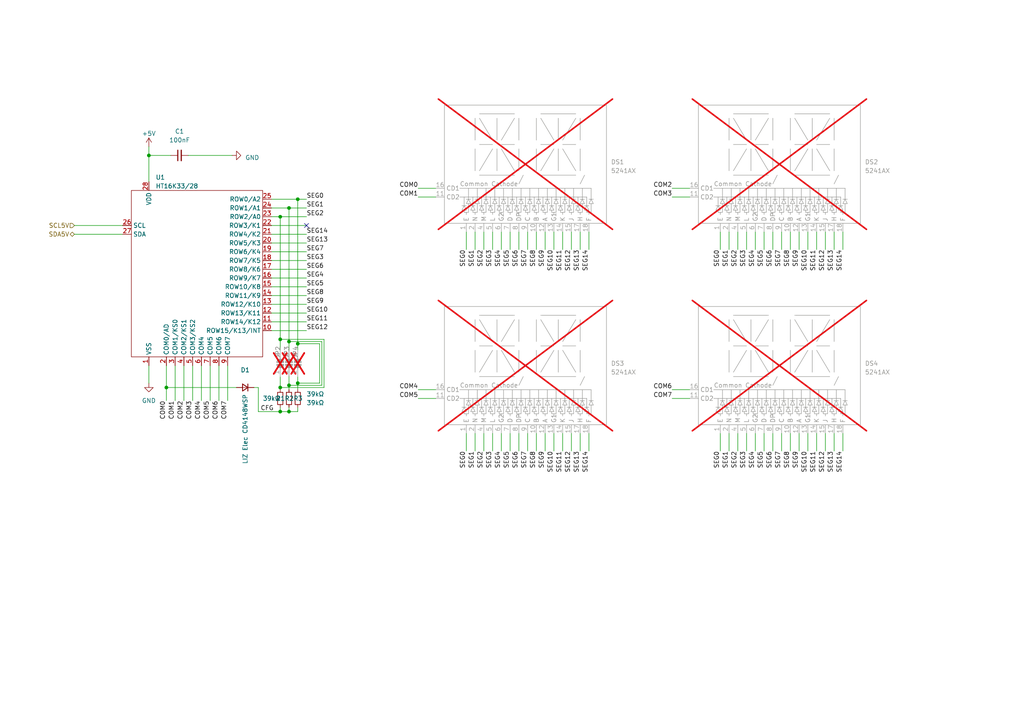
<source format=kicad_sch>
(kicad_sch (version 20230121) (generator eeschema)
  (paper "A4")
  (lib_symbols
    (symbol "Device:C_Small" (pin_numbers hide) (pin_names (offset 0.254) hide)
      (property "Reference" "C" (at 0.254 1.778 0))
      (property "Value" "C_Small" (at 0.254 -2.032 0))
      (symbol "C_Small_0_1"
        (polyline (pts (xy -1.524 -0.508) (xy 1.524 -0.508)) (stroke (width 0.3302)))
        (polyline (pts (xy -1.524 0.508) (xy 1.524 0.508)) (stroke (width 0.3048)))
      )
      (symbol "C_Small_1_1"
        (pin passive line (at 0 2.54 270) (length 2.032) (name "~") (number "1"))
        (pin passive line (at 0 -2.54 90) (length 2.032) (name "~") (number "2"))
      )
    )
    (symbol "Device:D_Small" (pin_numbers hide) (pin_names (offset 0.254) hide)
      (property "Reference" "D" (at -1.27 2.032 0))
      (property "Value" "D_Small" (at -3.81 -2.032 0))
      (symbol "D_Small_0_1"
        (polyline (pts (xy -0.762 -1.016) (xy -0.762 1.016)) (stroke (width 0.254)))
        (polyline (pts (xy -0.762 0) (xy 0.762 0)))
        (polyline (pts (xy 0.762 -1.016) (xy -0.762 0) (xy 0.762 1.016) (xy 0.762 -1.016)) (stroke (width 0.254)))
      )
      (symbol "D_Small_1_1"
        (pin passive line (at -2.54 0 0) (length 1.778) (name "K") (number "1"))
        (pin passive line (at 2.54 0 180) (length 1.778) (name "A") (number "2"))
      )
    )
    (symbol "Device:R_Small" (pin_numbers hide) (pin_names (offset 0.254) hide)
      (property "Reference" "R" (at 0.762 0.508 0))
      (property "Value" "R_Small" (at 0.762 -1.016 0))
      (symbol "R_Small_0_1"
        (rectangle (start -0.762 1.778) (end 0.762 -1.778) (stroke (width 0.2032)))
      )
      (symbol "R_Small_1_1"
        (pin passive line (at 0 2.54 270) (length 0.762) (name "~") (number "1"))
        (pin passive line (at 0 -2.54 90) (length 0.762) (name "~") (number "2"))
      )
    )
    (symbol "Jumper:SolderJumper_2_Open" (pin_names (offset 0) hide)
      (property "Reference" "JP" (at 0 2.032 0))
      (property "Value" "SolderJumper_2_Open" (at 0 -2.54 0))
      (symbol "SolderJumper_2_Open_0_1"
        (arc (start -0.254 1.016) (mid -1.2656 0) (end -0.254 -1.016))
        (arc (start -0.254 1.016) (mid -1.2656 0) (end -0.254 -1.016) (fill (type outline)))
        (polyline (pts (xy -0.254 1.016) (xy -0.254 -1.016)))
        (polyline (pts (xy 0.254 1.016) (xy 0.254 -1.016)))
        (arc (start 0.254 -1.016) (mid 1.2656 0) (end 0.254 1.016))
        (arc (start 0.254 -1.016) (mid 1.2656 0) (end 0.254 1.016) (fill (type outline)))
      )
      (symbol "SolderJumper_2_Open_1_1"
        (pin passive line (at -3.81 0 0) (length 2.54) (name "A") (number "1"))
        (pin passive line (at 3.81 0 180) (length 2.54) (name "B") (number "2"))
      )
    )
    (symbol "_ProjectLib:5241AX"
      (property "Reference" "DS" (at 0 15.24 0))
      (property "Value" "5241AX" (at 0 12.7 0))
      (symbol "5241AX_0_1"
        (rectangle (start -24.13 11.43) (end 22.86 -22.86))
        (polyline (pts (xy -18.415 -17.78) (xy -18.415 -15.24)))
        (polyline (pts (xy -17.78 -19.685) (xy -17.78 -20.32)))
        (polyline (pts (xy -17.78 -17.78) (xy -19.05 -17.78)))
        (polyline (pts (xy -17.145 -12.7) (xy -17.145 -15.875)))
        (polyline (pts (xy -16.51 -15.875) (xy -17.78 -15.875)))
        (polyline (pts (xy -15.875 -17.78) (xy -15.875 -15.24)))
        (polyline (pts (xy -15.24 -19.685) (xy -15.24 -20.32)))
        (polyline (pts (xy -15.24 -17.78) (xy -16.51 -17.78)))
        (polyline (pts (xy -15.24 -1.27) (xy -15.24 -7.62)))
        (polyline (pts (xy -15.24 1.27) (xy -15.24 7.62)))
        (polyline (pts (xy -14.605 -12.7) (xy -14.605 -15.875)))
        (polyline (pts (xy -13.97 -15.875) (xy -15.24 -15.875)))
        (polyline (pts (xy -13.97 0) (xy -10.16 0)))
        (polyline (pts (xy -13.97 8.89) (xy -3.81 8.89)))
        (polyline (pts (xy -13.335 -17.78) (xy -13.335 -15.24)))
        (polyline (pts (xy -12.7 -19.685) (xy -12.7 -20.32)))
        (polyline (pts (xy -12.7 -17.78) (xy -13.97 -17.78)))
        (polyline (pts (xy -12.065 -12.7) (xy -12.065 -15.875)))
        (polyline (pts (xy -11.43 -15.875) (xy -12.7 -15.875)))
        (polyline (pts (xy -10.795 -17.78) (xy -10.795 -15.24)))
        (polyline (pts (xy -10.16 -19.685) (xy -10.16 -20.32)))
        (polyline (pts (xy -10.16 -17.78) (xy -11.43 -17.78)))
        (polyline (pts (xy -10.16 -1.27) (xy -13.97 -7.62)))
        (polyline (pts (xy -10.16 1.27) (xy -13.97 7.62)))
        (polyline (pts (xy -9.525 -12.7) (xy -9.525 -15.875)))
        (polyline (pts (xy -8.89 -15.875) (xy -10.16 -15.875)))
        (polyline (pts (xy -8.89 -1.27) (xy -8.89 -7.62)))
        (polyline (pts (xy -8.89 1.27) (xy -8.89 7.62)))
        (polyline (pts (xy -8.255 -17.78) (xy -8.255 -15.24)))
        (polyline (pts (xy -7.62 -19.685) (xy -7.62 -20.32)))
        (polyline (pts (xy -7.62 -17.78) (xy -8.89 -17.78)))
        (polyline (pts (xy -7.62 -1.27) (xy -3.81 -7.62)))
        (polyline (pts (xy -7.62 1.27) (xy -3.81 7.62)))
        (polyline (pts (xy -6.985 -12.7) (xy -6.985 -15.875)))
        (polyline (pts (xy -6.35 -15.875) (xy -7.62 -15.875)))
        (polyline (pts (xy -5.715 -17.78) (xy -5.715 -15.24)))
        (polyline (pts (xy -5.08 -19.685) (xy -5.08 -20.32)))
        (polyline (pts (xy -5.08 -17.78) (xy -6.35 -17.78)))
        (polyline (pts (xy -4.445 -12.7) (xy -4.445 -15.875)))
        (polyline (pts (xy -3.81 -15.875) (xy -5.08 -15.875)))
        (polyline (pts (xy -3.81 -8.89) (xy -13.97 -8.89)))
        (polyline (pts (xy -3.81 0) (xy -7.62 0)))
        (polyline (pts (xy -3.175 -17.78) (xy -3.175 -15.24)))
        (polyline (pts (xy -2.54 -19.685) (xy -2.54 -20.32)))
        (polyline (pts (xy -2.54 -17.78) (xy -3.81 -17.78)))
        (polyline (pts (xy -2.54 -1.27) (xy -2.54 -7.62)))
        (polyline (pts (xy -2.54 7.62) (xy -2.54 1.27)))
        (polyline (pts (xy -1.905 -12.7) (xy -1.905 -15.875)))
        (polyline (pts (xy -1.27 -15.875) (xy -2.54 -15.875)))
        (polyline (pts (xy -1.27 -8.89) (xy -2.54 -11.43)))
        (polyline (pts (xy -0.635 -17.78) (xy -0.635 -15.24)))
        (polyline (pts (xy 0 -19.685) (xy 0 -20.32)))
        (polyline (pts (xy 0 -17.78) (xy -1.27 -17.78)))
        (polyline (pts (xy 0.635 -12.7) (xy 0.635 -15.875)))
        (polyline (pts (xy 1.27 -15.875) (xy 0 -15.875)))
        (polyline (pts (xy 1.905 -17.78) (xy 1.905 -15.24)))
        (polyline (pts (xy 2.54 -19.685) (xy 2.54 -20.32)))
        (polyline (pts (xy 2.54 -17.78) (xy 1.27 -17.78)))
        (polyline (pts (xy 2.54 -1.27) (xy 2.54 -7.62)))
        (polyline (pts (xy 2.54 1.27) (xy 2.54 7.62)))
        (polyline (pts (xy 3.175 -12.7) (xy 3.175 -15.875)))
        (polyline (pts (xy 3.81 -15.875) (xy 2.54 -15.875)))
        (polyline (pts (xy 3.81 0) (xy 7.62 0)))
        (polyline (pts (xy 3.81 8.89) (xy 13.97 8.89)))
        (polyline (pts (xy 4.445 -17.78) (xy 4.445 -15.24)))
        (polyline (pts (xy 5.08 -19.685) (xy 5.08 -20.32)))
        (polyline (pts (xy 5.08 -17.78) (xy 3.81 -17.78)))
        (polyline (pts (xy 5.715 -12.7) (xy 5.715 -15.875)))
        (polyline (pts (xy 6.35 -15.875) (xy 5.08 -15.875)))
        (polyline (pts (xy 6.985 -17.78) (xy 6.985 -15.24)))
        (polyline (pts (xy 7.62 -19.685) (xy 7.62 -20.32)))
        (polyline (pts (xy 7.62 -17.78) (xy 6.35 -17.78)))
        (polyline (pts (xy 7.62 -1.27) (xy 3.81 -7.62)))
        (polyline (pts (xy 7.62 1.27) (xy 3.81 7.62)))
        (polyline (pts (xy 8.255 -12.7) (xy 8.255 -15.875)))
        (polyline (pts (xy 8.89 -15.875) (xy 7.62 -15.875)))
        (polyline (pts (xy 8.89 -1.27) (xy 8.89 -7.62)))
        (polyline (pts (xy 8.89 1.27) (xy 8.89 7.62)))
        (polyline (pts (xy 9.525 -17.78) (xy 9.525 -15.24)))
        (polyline (pts (xy 10.16 -19.685) (xy 10.16 -20.32)))
        (polyline (pts (xy 10.16 -17.78) (xy 8.89 -17.78)))
        (polyline (pts (xy 10.16 -1.27) (xy 13.97 -7.62)))
        (polyline (pts (xy 10.16 1.27) (xy 13.97 7.62)))
        (polyline (pts (xy 10.795 -12.7) (xy 10.795 -15.875)))
        (polyline (pts (xy 11.43 -15.875) (xy 10.16 -15.875)))
        (polyline (pts (xy 12.065 -17.78) (xy 12.065 -15.24)))
        (polyline (pts (xy 12.7 -19.685) (xy 12.7 -20.32)))
        (polyline (pts (xy 12.7 -17.78) (xy 11.43 -17.78)))
        (polyline (pts (xy 13.335 -12.7) (xy 13.335 -15.875)))
        (polyline (pts (xy 13.97 -15.875) (xy 12.7 -15.875)))
        (polyline (pts (xy 13.97 -8.89) (xy 3.81 -8.89)))
        (polyline (pts (xy 13.97 0) (xy 10.16 0)))
        (polyline (pts (xy 14.605 -17.78) (xy 14.605 -15.24)))
        (polyline (pts (xy 15.2101 -17.7973) (xy 13.9401 -17.7973)))
        (polyline (pts (xy 15.24 -19.685) (xy 15.24 -20.32)))
        (polyline (pts (xy 15.24 -1.27) (xy 15.24 -7.62)))
        (polyline (pts (xy 15.24 7.62) (xy 15.24 1.27)))
        (polyline (pts (xy 15.875 -12.7) (xy 15.875 -15.875)))
        (polyline (pts (xy 16.4801 -15.8923) (xy 15.2101 -15.8923)))
        (polyline (pts (xy 16.51 -8.89) (xy 15.24 -11.43)))
        (polyline (pts (xy 17.145 -17.78) (xy 17.145 -15.24)))
        (polyline (pts (xy 17.145 -15.24) (xy -19.685 -15.24)))
        (polyline (pts (xy 17.78 -19.685) (xy 17.78 -20.32)))
        (polyline (pts (xy 17.78 -17.78) (xy 16.51 -17.78)))
        (polyline (pts (xy 18.415 -12.7) (xy -19.685 -12.7)))
        (polyline (pts (xy 18.415 -12.7) (xy 18.415 -15.875)))
        (polyline (pts (xy 19.05 -15.875) (xy 17.78 -15.875)))
        (polyline (pts (xy -18.415 -19.05) (xy -18.415 -19.685) (xy -17.145 -19.685) (xy -17.145 -17.145)))
        (polyline (pts (xy -17.78 -19.05) (xy -19.05 -19.05) (xy -18.415 -17.78) (xy -17.78 -19.05)))
        (polyline (pts (xy -16.51 -17.145) (xy -17.78 -17.145) (xy -17.145 -15.875) (xy -16.51 -17.145)))
        (polyline (pts (xy -15.875 -19.05) (xy -15.875 -19.685) (xy -14.605 -19.685) (xy -14.605 -17.145)))
        (polyline (pts (xy -15.24 -19.05) (xy -16.51 -19.05) (xy -15.875 -17.78) (xy -15.24 -19.05)))
        (polyline (pts (xy -13.97 -17.145) (xy -15.24 -17.145) (xy -14.605 -15.875) (xy -13.97 -17.145)))
        (polyline (pts (xy -13.335 -19.05) (xy -13.335 -19.685) (xy -12.065 -19.685) (xy -12.065 -17.145)))
        (polyline (pts (xy -12.7 -19.05) (xy -13.97 -19.05) (xy -13.335 -17.78) (xy -12.7 -19.05)))
        (polyline (pts (xy -11.43 -17.145) (xy -12.7 -17.145) (xy -12.065 -15.875) (xy -11.43 -17.145)))
        (polyline (pts (xy -10.795 -19.05) (xy -10.795 -19.685) (xy -9.525 -19.685) (xy -9.525 -17.145)))
        (polyline (pts (xy -10.16 -19.05) (xy -11.43 -19.05) (xy -10.795 -17.78) (xy -10.16 -19.05)))
        (polyline (pts (xy -8.89 -17.145) (xy -10.16 -17.145) (xy -9.525 -15.875) (xy -8.89 -17.145)))
        (polyline (pts (xy -8.255 -19.05) (xy -8.255 -19.685) (xy -6.985 -19.685) (xy -6.985 -17.145)))
        (polyline (pts (xy -7.62 -19.05) (xy -8.89 -19.05) (xy -8.255 -17.78) (xy -7.62 -19.05)))
        (polyline (pts (xy -6.35 -17.145) (xy -7.62 -17.145) (xy -6.985 -15.875) (xy -6.35 -17.145)))
        (polyline (pts (xy -5.715 -19.05) (xy -5.715 -19.685) (xy -4.445 -19.685) (xy -4.445 -17.145)))
        (polyline (pts (xy -5.08 -19.05) (xy -6.35 -19.05) (xy -5.715 -17.78) (xy -5.08 -19.05)))
        (polyline (pts (xy -3.81 -17.145) (xy -5.08 -17.145) (xy -4.445 -15.875) (xy -3.81 -17.145)))
        (polyline (pts (xy -3.175 -19.05) (xy -3.175 -19.685) (xy -1.905 -19.685) (xy -1.905 -17.145)))
        (polyline (pts (xy -2.54 -19.05) (xy -3.81 -19.05) (xy -3.175 -17.78) (xy -2.54 -19.05)))
        (polyline (pts (xy -1.27 -17.145) (xy -2.54 -17.145) (xy -1.905 -15.875) (xy -1.27 -17.145)))
        (polyline (pts (xy -0.635 -19.05) (xy -0.635 -19.685) (xy 0.635 -19.685) (xy 0.635 -17.145)))
        (polyline (pts (xy 0 -19.05) (xy -1.27 -19.05) (xy -0.635 -17.78) (xy 0 -19.05)))
        (polyline (pts (xy 1.27 -17.145) (xy 0 -17.145) (xy 0.635 -15.875) (xy 1.27 -17.145)))
        (polyline (pts (xy 1.905 -19.05) (xy 1.905 -19.685) (xy 3.175 -19.685) (xy 3.175 -17.145)))
        (polyline (pts (xy 2.54 -19.05) (xy 1.27 -19.05) (xy 1.905 -17.78) (xy 2.54 -19.05)))
        (polyline (pts (xy 3.81 -17.145) (xy 2.54 -17.145) (xy 3.175 -15.875) (xy 3.81 -17.145)))
        (polyline (pts (xy 4.445 -19.05) (xy 4.445 -19.685) (xy 5.715 -19.685) (xy 5.715 -17.145)))
        (polyline (pts (xy 5.08 -19.05) (xy 3.81 -19.05) (xy 4.445 -17.78) (xy 5.08 -19.05)))
        (polyline (pts (xy 6.35 -17.145) (xy 5.08 -17.145) (xy 5.715 -15.875) (xy 6.35 -17.145)))
        (polyline (pts (xy 6.985 -19.05) (xy 6.985 -19.685) (xy 8.255 -19.685) (xy 8.255 -17.145)))
        (polyline (pts (xy 7.62 -19.05) (xy 6.35 -19.05) (xy 6.985 -17.78) (xy 7.62 -19.05)))
        (polyline (pts (xy 8.89 -17.145) (xy 7.62 -17.145) (xy 8.255 -15.875) (xy 8.89 -17.145)))
        (polyline (pts (xy 9.525 -19.05) (xy 9.525 -19.685) (xy 10.795 -19.685) (xy 10.795 -17.145)))
        (polyline (pts (xy 10.16 -19.05) (xy 8.89 -19.05) (xy 9.525 -17.78) (xy 10.16 -19.05)))
        (polyline (pts (xy 11.43 -17.145) (xy 10.16 -17.145) (xy 10.795 -15.875) (xy 11.43 -17.145)))
        (polyline (pts (xy 12.065 -19.05) (xy 12.065 -19.685) (xy 13.335 -19.685) (xy 13.335 -17.145)))
        (polyline (pts (xy 12.7 -19.05) (xy 11.43 -19.05) (xy 12.065 -17.78) (xy 12.7 -19.05)))
        (polyline (pts (xy 13.97 -17.145) (xy 12.7 -17.145) (xy 13.335 -15.875) (xy 13.97 -17.145)))
        (polyline (pts (xy 14.605 -19.05) (xy 14.605 -19.685) (xy 15.875 -19.685) (xy 15.875 -17.145)))
        (polyline (pts (xy 15.2101 -19.0673) (xy 13.9401 -19.0673) (xy 14.5751 -17.7973) (xy 15.2101 -19.0673)))
        (polyline (pts (xy 16.4801 -17.1623) (xy 15.2101 -17.1623) (xy 15.8451 -15.8923) (xy 16.4801 -17.1623)))
        (polyline (pts (xy 17.145 -19.05) (xy 17.145 -19.685) (xy 18.415 -19.685) (xy 18.415 -17.145)))
        (polyline (pts (xy 17.78 -19.05) (xy 16.51 -19.05) (xy 17.145 -17.78) (xy 17.78 -19.05)))
        (polyline (pts (xy 19.05 -17.145) (xy 17.78 -17.145) (xy 18.415 -15.875) (xy 19.05 -17.145)))
        (text "Common Cathode" (at -19.685 -11.43 0) (effects (font (size 1.27 1.27)) (justify left)))
      )
      (symbol "5241AX_1_1"
        (pin passive line (at -17.78 -25.4 90) (length 2.54) (name "E") (number "1"))
        (pin passive line (at 2.54 -25.4 90) (length 2.54) (name "B") (number "10"))
        (pin passive line (at -26.67 -15.24 0) (length 2.54) (name "CD2") (number "11"))
        (pin passive line (at 5.08 -25.4 90) (length 2.54) (name "A") (number "12"))
        (pin passive line (at 7.62 -25.4 90) (length 2.54) (name "G1") (number "13"))
        (pin passive line (at 10.16 -25.4 90) (length 2.54) (name "K") (number "14"))
        (pin passive line (at 12.7 -25.4 90) (length 2.54) (name "J") (number "15"))
        (pin passive line (at -26.67 -12.7 0) (length 2.54) (name "CD1") (number "16"))
        (pin passive line (at 15.24 -25.4 90) (length 2.54) (name "H") (number "17"))
        (pin passive line (at 17.78 -25.4 90) (length 2.54) (name "F") (number "18"))
        (pin passive line (at -15.24 -25.4 90) (length 2.54) (name "N") (number "2"))
        (pin passive line (at -12.7 -25.4 90) (length 2.54) (name "M") (number "4"))
        (pin passive line (at -10.16 -25.4 90) (length 2.54) (name "L") (number "5"))
        (pin passive line (at -7.62 -25.4 90) (length 2.54) (name "G2") (number "6"))
        (pin passive line (at -5.08 -25.4 90) (length 2.54) (name "D") (number "7"))
        (pin passive line (at -2.54 -25.4 90) (length 2.54) (name "DP") (number "8"))
        (pin passive line (at 0 -25.4 90) (length 2.54) (name "C") (number "9"))
      )
    )
    (symbol "_ProjectLib:HT16K33"
      (property "Reference" "U" (at 0 0 0))
      (property "Value" "HT16K33/28" (at 0 0 0))
      (symbol "HT16K33_0_1"
        (rectangle (start -17.78 25.4) (end 20.32 -22.86))
      )
      (symbol "HT16K33_1_1"
        (pin power_in line (at -12.7 -25.4 90) (length 2.54) (name "VSS") (number "1"))
        (pin bidirectional line (at 22.86 -15.24 180) (length 2.54) (name "ROW15/K13/INT") (number "10"))
        (pin bidirectional line (at 22.86 -12.7 180) (length 2.54) (name "ROW14/K12") (number "11"))
        (pin bidirectional line (at 22.86 -10.16 180) (length 2.54) (name "ROW13/K11") (number "12"))
        (pin bidirectional line (at 22.86 -7.62 180) (length 2.54) (name "ROW12/K10") (number "13"))
        (pin bidirectional line (at 22.86 -5.08 180) (length 2.54) (name "ROW11/K9") (number "14"))
        (pin bidirectional line (at 22.86 -2.54 180) (length 2.54) (name "ROW10/K8") (number "15"))
        (pin bidirectional line (at 22.86 0 180) (length 2.54) (name "ROW9/K7") (number "16"))
        (pin bidirectional line (at 22.86 2.54 180) (length 2.54) (name "ROW8/K6") (number "17"))
        (pin bidirectional line (at 22.86 5.08 180) (length 2.54) (name "ROW7/K5") (number "18"))
        (pin bidirectional line (at 22.86 7.62 180) (length 2.54) (name "ROW6/K4") (number "19"))
        (pin bidirectional line (at -7.62 -25.4 90) (length 2.54) (name "COM0/AD") (number "2"))
        (pin bidirectional line (at 22.86 10.16 180) (length 2.54) (name "ROW5/K3") (number "20"))
        (pin bidirectional line (at 22.86 12.7 180) (length 2.54) (name "ROW4/K2") (number "21"))
        (pin bidirectional line (at 22.86 15.24 180) (length 2.54) (name "ROW3/K1") (number "22"))
        (pin bidirectional line (at 22.86 17.78 180) (length 2.54) (name "ROW2/A0") (number "23"))
        (pin bidirectional line (at 22.86 20.32 180) (length 2.54) (name "ROW1/A1") (number "24"))
        (pin bidirectional line (at 22.86 22.86 180) (length 2.54) (name "ROW0/A2") (number "25"))
        (pin input line (at -20.32 15.24 0) (length 2.54) (name "SCL") (number "26"))
        (pin bidirectional line (at -20.32 12.7 0) (length 2.54) (name "SDA") (number "27"))
        (pin power_in line (at -12.7 27.94 270) (length 2.54) (name "VDD") (number "28"))
        (pin bidirectional line (at -5.08 -25.4 90) (length 2.54) (name "COM1/KS0") (number "3"))
        (pin bidirectional line (at -2.54 -25.4 90) (length 2.54) (name "COM2/KS1") (number "4"))
        (pin bidirectional line (at 0 -25.4 90) (length 2.54) (name "COM3/KS2") (number "5"))
        (pin bidirectional line (at 2.54 -25.4 90) (length 2.54) (name "COM4") (number "6"))
        (pin bidirectional line (at 5.08 -25.4 90) (length 2.54) (name "COM5") (number "7"))
        (pin bidirectional line (at 7.62 -25.4 90) (length 2.54) (name "COM6") (number "8"))
        (pin bidirectional line (at 10.16 -25.4 90) (length 2.54) (name "COM7") (number "9"))
      )
    )
    (symbol "power:+5V" (power) (pin_names (offset 0))
      (property "Value" "+5V" (at 0 3.556 0))
      (symbol "+5V_0_1"
        (polyline (pts (xy -0.762 1.27) (xy 0 2.54)))
        (polyline (pts (xy 0 0) (xy 0 2.54)))
        (polyline (pts (xy 0 2.54) (xy 0.762 1.27)))
      )
      (symbol "+5V_1_1"
        (pin power_in line (at 0 0 90) (length 0) hide (name "+5V") (number "1"))
      )
    )
    (symbol "power:GND" (power) (pin_names (offset 0))
      (property "Value" "GND" (at 0 -3.81 0))
      (symbol "GND_0_1"
        (polyline (pts (xy 0 0) (xy 0 -1.27) (xy 1.27 -1.27) (xy 0 -2.54) (xy -1.27 -1.27) (xy 0 -1.27)))
      )
      (symbol "GND_1_1"
        (pin power_in line (at 0 0 270) (length 0) hide (name "GND") (number "1"))
      )
    )
  )
  (junction (at 43.18 45.085))
  (junction (at 83.82 111.76))
  (junction (at 83.82 119.38))
  (junction (at 81.28 62.865))
  (junction (at 81.28 98.425))
  (junction (at 86.36 111.125))
  (junction (at 86.36 99.695))
  (junction (at 83.82 99.06))
  (junction (at 48.26 112.395))
  (junction (at 81.28 119.38))
  (junction (at 86.36 57.785))
  (junction (at 81.28 112.395))
  (junction (at 83.82 60.325))
  (no_connect (at 88.9 65.405))
  (wire (pts (xy 43.18 106.045) (xy 43.18 111.125)))
  (wire (pts (xy 137.795 130.81) (xy 137.795 125.73)))
  (wire (pts (xy 81.28 62.865) (xy 81.28 98.425)))
  (wire (pts (xy 121.285 113.03) (xy 126.365 113.03)))
  (wire (pts (xy 54.61 45.085) (xy 67.31 45.085)))
  (wire (pts (xy 153.035 130.81) (xy 153.035 125.73)))
  (wire (pts (xy 88.9 67.945) (xy 78.74 67.945)))
  (wire (pts (xy 88.9 62.865) (xy 81.28 62.865)))
  (wire (pts (xy 48.26 112.395) (xy 48.26 106.045)))
  (wire (pts (xy 81.28 98.425) (xy 81.28 101.6)))
  (wire (pts (xy 145.415 72.39) (xy 145.415 67.31)))
  (wire (pts (xy 155.575 72.39) (xy 155.575 67.31)))
  (wire (pts (xy 165.735 72.39) (xy 165.735 67.31)))
  (wire (pts (xy 158.115 130.81) (xy 158.115 125.73)))
  (wire (pts (xy 81.28 119.38) (xy 83.82 119.38)))
  (wire (pts (xy 219.075 72.39) (xy 219.075 67.31)))
  (wire (pts (xy 88.9 80.645) (xy 78.74 80.645)))
  (wire (pts (xy 83.82 60.325) (xy 83.82 99.06)))
  (wire (pts (xy 81.28 98.425) (xy 93.98 98.425)))
  (wire (pts (xy 93.345 99.06) (xy 83.82 99.06)))
  (wire (pts (xy 208.915 130.81) (xy 208.915 125.73)))
  (wire (pts (xy 93.98 112.395) (xy 81.28 112.395)))
  (wire (pts (xy 83.82 111.76) (xy 83.82 113.03)))
  (wire (pts (xy 83.82 60.325) (xy 78.74 60.325)))
  (wire (pts (xy 86.36 109.22) (xy 86.36 111.125)))
  (wire (pts (xy 83.82 119.38) (xy 86.36 119.38)))
  (wire (pts (xy 221.615 72.39) (xy 221.615 67.31)))
  (wire (pts (xy 142.875 72.39) (xy 142.875 67.31)))
  (wire (pts (xy 135.255 130.81) (xy 135.255 125.73)))
  (wire (pts (xy 81.28 119.38) (xy 81.28 118.11)))
  (wire (pts (xy 224.155 72.39) (xy 224.155 67.31)))
  (wire (pts (xy 88.9 93.345) (xy 78.74 93.345)))
  (wire (pts (xy 63.5 116.205) (xy 63.5 106.045)))
  (wire (pts (xy 239.395 130.81) (xy 239.395 125.73)))
  (wire (pts (xy 158.115 72.39) (xy 158.115 67.31)))
  (wire (pts (xy 21.59 65.405) (xy 35.56 65.405)))
  (wire (pts (xy 83.82 119.38) (xy 83.82 118.11)))
  (wire (pts (xy 93.345 111.76) (xy 93.345 99.06)))
  (wire (pts (xy 86.36 99.695) (xy 86.36 101.6)))
  (wire (pts (xy 239.395 72.39) (xy 239.395 67.31)))
  (wire (pts (xy 78.74 95.885) (xy 88.9 95.885)))
  (wire (pts (xy 236.855 72.39) (xy 236.855 67.31)))
  (wire (pts (xy 194.945 113.03) (xy 200.025 113.03)))
  (wire (pts (xy 150.495 130.81) (xy 150.495 125.73)))
  (wire (pts (xy 43.18 42.545) (xy 43.18 45.085)))
  (wire (pts (xy 216.535 72.39) (xy 216.535 67.31)))
  (wire (pts (xy 231.775 72.39) (xy 231.775 67.31)))
  (wire (pts (xy 147.955 72.39) (xy 147.955 67.31)))
  (wire (pts (xy 216.535 130.81) (xy 216.535 125.73)))
  (wire (pts (xy 137.795 72.39) (xy 137.795 67.31)))
  (wire (pts (xy 221.615 130.81) (xy 221.615 125.73)))
  (wire (pts (xy 83.82 111.76) (xy 93.345 111.76)))
  (wire (pts (xy 194.945 57.15) (xy 200.025 57.15)))
  (wire (pts (xy 86.36 57.785) (xy 78.74 57.785)))
  (wire (pts (xy 58.42 116.205) (xy 58.42 106.045)))
  (wire (pts (xy 88.9 65.405) (xy 78.74 65.405)))
  (wire (pts (xy 88.9 75.565) (xy 78.74 75.565)))
  (wire (pts (xy 121.285 54.61) (xy 126.365 54.61)))
  (wire (pts (xy 213.995 130.81) (xy 213.995 125.73)))
  (wire (pts (xy 194.945 115.57) (xy 200.025 115.57)))
  (wire (pts (xy 43.18 45.085) (xy 49.53 45.085)))
  (wire (pts (xy 88.9 78.105) (xy 78.74 78.105)))
  (wire (pts (xy 93.98 98.425) (xy 93.98 112.395)))
  (wire (pts (xy 170.815 72.39) (xy 170.815 67.31)))
  (wire (pts (xy 160.655 72.39) (xy 160.655 67.31)))
  (wire (pts (xy 140.335 72.39) (xy 140.335 67.31)))
  (wire (pts (xy 88.9 83.185) (xy 78.74 83.185)))
  (wire (pts (xy 88.9 90.805) (xy 78.74 90.805)))
  (wire (pts (xy 81.28 62.865) (xy 78.74 62.865)))
  (wire (pts (xy 241.935 72.39) (xy 241.935 67.31)))
  (wire (pts (xy 88.9 88.265) (xy 78.74 88.265)))
  (wire (pts (xy 145.415 130.81) (xy 145.415 125.73)))
  (wire (pts (xy 81.28 109.22) (xy 81.28 112.395)))
  (wire (pts (xy 53.34 116.205) (xy 53.34 106.045)))
  (wire (pts (xy 168.275 130.81) (xy 168.275 125.73)))
  (wire (pts (xy 50.8 116.205) (xy 50.8 106.045)))
  (wire (pts (xy 226.695 130.81) (xy 226.695 125.73)))
  (wire (pts (xy 211.455 130.81) (xy 211.455 125.73)))
  (wire (pts (xy 81.28 112.395) (xy 81.28 113.03)))
  (wire (pts (xy 86.36 119.38) (xy 86.36 118.11)))
  (wire (pts (xy 153.035 72.39) (xy 153.035 67.31)))
  (wire (pts (xy 74.93 119.38) (xy 81.28 119.38)))
  (wire (pts (xy 147.955 130.81) (xy 147.955 125.73)))
  (wire (pts (xy 213.995 72.39) (xy 213.995 67.31)))
  (wire (pts (xy 168.275 72.39) (xy 168.275 67.31)))
  (wire (pts (xy 86.36 99.695) (xy 92.71 99.695)))
  (wire (pts (xy 92.71 111.125) (xy 86.36 111.125)))
  (wire (pts (xy 92.71 99.695) (xy 92.71 111.125)))
  (wire (pts (xy 86.36 57.785) (xy 86.36 99.695)))
  (wire (pts (xy 142.875 130.81) (xy 142.875 125.73)))
  (wire (pts (xy 163.195 130.81) (xy 163.195 125.73)))
  (wire (pts (xy 211.455 72.39) (xy 211.455 67.31)))
  (wire (pts (xy 163.195 72.39) (xy 163.195 67.31)))
  (wire (pts (xy 194.945 54.61) (xy 200.025 54.61)))
  (wire (pts (xy 224.155 130.81) (xy 224.155 125.73)))
  (wire (pts (xy 150.495 72.39) (xy 150.495 67.31)))
  (wire (pts (xy 48.26 116.205) (xy 48.26 112.395)))
  (wire (pts (xy 66.04 116.205) (xy 66.04 106.045)))
  (wire (pts (xy 170.815 130.81) (xy 170.815 125.73)))
  (wire (pts (xy 231.775 130.81) (xy 231.775 125.73)))
  (wire (pts (xy 74.93 112.395) (xy 74.93 119.38)))
  (wire (pts (xy 229.235 72.39) (xy 229.235 67.31)))
  (wire (pts (xy 244.475 72.39) (xy 244.475 67.31)))
  (wire (pts (xy 236.855 130.81) (xy 236.855 125.73)))
  (wire (pts (xy 208.915 72.39) (xy 208.915 67.31)))
  (wire (pts (xy 234.315 130.81) (xy 234.315 125.73)))
  (wire (pts (xy 121.285 57.15) (xy 126.365 57.15)))
  (wire (pts (xy 43.18 45.085) (xy 43.18 52.705)))
  (wire (pts (xy 21.59 67.945) (xy 35.56 67.945)))
  (wire (pts (xy 83.82 109.22) (xy 83.82 111.76)))
  (wire (pts (xy 140.335 130.81) (xy 140.335 125.73)))
  (wire (pts (xy 48.26 112.395) (xy 68.58 112.395)))
  (wire (pts (xy 88.9 57.785) (xy 86.36 57.785)))
  (wire (pts (xy 88.9 60.325) (xy 83.82 60.325)))
  (wire (pts (xy 86.36 111.125) (xy 86.36 113.03)))
  (wire (pts (xy 135.255 72.39) (xy 135.255 67.31)))
  (wire (pts (xy 88.9 73.025) (xy 78.74 73.025)))
  (wire (pts (xy 88.9 70.485) (xy 78.74 70.485)))
  (wire (pts (xy 234.315 72.39) (xy 234.315 67.31)))
  (wire (pts (xy 229.235 130.81) (xy 229.235 125.73)))
  (wire (pts (xy 219.075 130.81) (xy 219.075 125.73)))
  (wire (pts (xy 241.935 130.81) (xy 241.935 125.73)))
  (wire (pts (xy 165.735 130.81) (xy 165.735 125.73)))
  (wire (pts (xy 55.88 116.205) (xy 55.88 106.045)))
  (wire (pts (xy 88.9 85.725) (xy 78.74 85.725)))
  (wire (pts (xy 226.695 72.39) (xy 226.695 67.31)))
  (wire (pts (xy 83.82 99.06) (xy 83.82 101.6)))
  (wire (pts (xy 73.66 112.395) (xy 74.93 112.395)))
  (wire (pts (xy 244.475 130.81) (xy 244.475 125.73)))
  (wire (pts (xy 121.285 115.57) (xy 126.365 115.57)))
  (wire (pts (xy 60.96 116.205) (xy 60.96 106.045)))
  (wire (pts (xy 155.575 130.81) (xy 155.575 125.73)))
  (wire (pts (xy 160.655 130.81) (xy 160.655 125.73)))
  (label "SEG2" (at 140.335 130.81 270))
  (label "SEG13" (at 88.9 70.485 0))
  (label "COM7" (at 194.945 115.57 180))
  (label "SEG10" (at 88.9 90.805 0))
  (label "SEG8" (at 229.235 130.81 270))
  (label "SEG11" (at 163.195 130.81 270))
  (label "SEG7" (at 153.035 130.81 270))
  (label "SEG9" (at 158.115 130.81 270))
  (label "SEG10" (at 234.315 72.39 270))
  (label "SEG11" (at 88.9 93.345 0))
  (label "COM2" (at 194.945 54.61 180))
  (label "SEG3" (at 142.875 72.39 270))
  (label "SEG0" (at 135.255 72.39 270))
  (label "SEG4" (at 145.415 72.39 270))
  (label "COM0" (at 48.26 116.205 270))
  (label "COM0" (at 121.285 54.61 180))
  (label "COM5" (at 121.285 115.57 180))
  (label "COM3" (at 55.88 116.205 270))
  (label "SEG0" (at 208.915 72.39 270))
  (label "SEG0" (at 135.255 130.81 270))
  (label "SEG1" (at 137.795 72.39 270))
  (label "COM6" (at 194.945 113.03 180))
  (label "SEG5" (at 88.9 83.185 0))
  (label "SEG6" (at 150.495 72.39 270))
  (label "COM4" (at 58.42 116.205 270))
  (label "SEG14" (at 88.9 67.945 0))
  (label "SEG4" (at 219.075 130.81 270))
  (label "SEG9" (at 88.9 88.265 0))
  (label "SEG7" (at 88.9 73.025 0))
  (label "SEG11" (at 163.195 72.39 270))
  (label "SEG1" (at 211.455 130.81 270))
  (label "SEG2" (at 88.9 62.865 0))
  (label "SEG11" (at 236.855 130.81 270))
  (label "SEG0" (at 208.915 130.81 270))
  (label "SEG13" (at 241.935 130.81 270))
  (label "COM3" (at 194.945 57.15 180))
  (label "SEG14" (at 170.815 130.81 270))
  (label "SEG4" (at 88.9 80.645 0))
  (label "SEG2" (at 213.995 130.81 270))
  (label "SEG7" (at 226.695 130.81 270))
  (label "SEG10" (at 160.655 130.81 270))
  (label "COM4" (at 121.285 113.03 180))
  (label "SEG14" (at 244.475 130.81 270))
  (label "SEG14" (at 244.475 72.39 270))
  (label "SEG5" (at 147.955 72.39 270))
  (label "COM7" (at 66.04 116.205 270))
  (label "SEG14" (at 170.815 72.39 270))
  (label "SEG12" (at 239.395 72.39 270))
  (label "SEG6" (at 224.155 130.81 270))
  (label "SEG2" (at 140.335 72.39 270))
  (label "SEG9" (at 231.775 130.81 270))
  (label "SEG3" (at 216.535 130.81 270))
  (label "SEG3" (at 216.535 72.39 270))
  (label "SEG13" (at 168.275 72.39 270))
  (label "SEG11" (at 236.855 72.39 270))
  (label "SEG6" (at 88.9 78.105 0))
  (label "SEG10" (at 160.655 72.39 270))
  (label "SEG12" (at 165.735 72.39 270))
  (label "SEG6" (at 150.495 130.81 270))
  (label "SEG7" (at 226.695 72.39 270))
  (label "SEG13" (at 168.275 130.81 270))
  (label "COM2" (at 53.34 116.205 270))
  (label "SEG4" (at 145.415 130.81 270))
  (label "SEG6" (at 224.155 72.39 270))
  (label "SEG13" (at 241.935 72.39 270))
  (label "COM5" (at 60.96 116.205 270))
  (label "SEG12" (at 88.9 95.885 0))
  (label "COM1" (at 121.285 57.15 180))
  (label "SEG2" (at 213.995 72.39 270))
  (label "CFG" (at 75.565 119.38 0))
  (label "SEG1" (at 211.455 72.39 270))
  (label "SEG7" (at 153.035 72.39 270))
  (label "SEG9" (at 231.775 72.39 270))
  (label "SEG5" (at 221.615 72.39 270))
  (label "SEG5" (at 221.615 130.81 270))
  (label "SEG12" (at 239.395 130.81 270))
  (label "SEG5" (at 147.955 130.81 270))
  (label "SEG4" (at 219.075 72.39 270))
  (label "SEG1" (at 88.9 60.325 0))
  (label "SEG8" (at 155.575 130.81 270))
  (label "SEG8" (at 155.575 72.39 270))
  (label "COM6" (at 63.5 116.205 270))
  (label "SEG10" (at 234.315 130.81 270))
  (label "SEG8" (at 229.235 72.39 270))
  (label "SEG3" (at 88.9 75.565 0))
  (label "SEG9" (at 158.115 72.39 270))
  (label "SEG3" (at 142.875 130.81 270))
  (label "SEG1" (at 137.795 130.81 270))
  (label "COM1" (at 50.8 116.205 270))
  (label "SEG8" (at 88.9 85.725 0))
  (label "SEG0" (at 88.9 57.785 0))
  (label "SEG12" (at 165.735 130.81 270))
  (hierarchical_label "SCL5V" (shape input) (at 21.59 65.405 180))
  (hierarchical_label "SDA5V" (shape bidirectional) (at 21.59 67.945 180))
  (symbol (lib_id "Device:C_Small") (at 52.07 45.085 90) (unit 1)
    (property "Reference" "C1" (at 52.0763 38.1 90))
    (property "Value" "100nF" (at 52.0763 40.64 90))
    (property "Footprint" "Capacitor_SMD:C_0805_2012Metric" (effects hide))
    (property "Datasheet" "https://datasheet.lcsc.com/lcsc/2207221830_FH--Guangdong-Fenghua-Advanced-Tech-0805B104K250NT_C5120075.pdf" (effects hide))
    (property "LCSC" "C5120075" (effects hide))
    (instances (project "16SegLed" (path "" (reference "C1") (unit 1)) (path "" (reference "C6") (unit 1)) (path "" (reference "C7") (unit 1))))
  )
  (symbol (lib_id "Device:R_Small") (at 86.36 115.57 0) (unit 1)
    (property "Reference" "R3" (at 85.09 115.57 0) (effects (justify left)))
    (property "Value" "39kΩ" (at 88.9 114.3 0) (effects (justify left)))
    (property "Footprint" "Resistor_SMD:R_0805_2012Metric" (effects hide))
    (property "Datasheet" "https://datasheet.lcsc.com/lcsc/2304140030_RALEC-RTT053902FTP_C104280.pdf" (effects hide))
    (property "LCSC" "C104280" (effects hide))
    (instances (project "16SegLed" (path "" (reference "R3") (unit 1)) (path "" (reference "R4") (unit 1)) (path "" (reference "R7") (unit 1))))
  )
  (symbol (lib_id "power:GND") (at 43.18 111.125 0) (unit 1)
    (property "Reference" "#PWR01" (effects hide))
    (property "Value" "GND" (at 43.18 116.205 0))
    (instances (project "16SegLed" (path "" (reference "#PWR01") (unit 1)) (path "" (reference "#PWR017") (unit 1)) (path "" (reference "#PWR020") (unit 1))))
  )
  (symbol (lib_id "Jumper:SolderJumper_2_Open") (at 83.82 105.41 90) (unit 1) (in_bom no) (on_board no) (dnp yes)
    (property "Reference" "JP3" (at 83.185 100.33 0) (effects (justify right)))
    (property "Value" "SolderJumper_2_Open" (effects hide))
    (property "Footprint" "ProjectLibrary:SolderJumper-2_P1.3mm_Open_TrianglePad1.0x1.5mm" (effects hide))
    (instances (project "16SegLed" (path "" (reference "JP3") (unit 1)) (path "" (reference "JP6") (unit 1))))
  )
  (symbol (lib_id "Device:D_Small") (at 71.12 112.395 180) (unit 1)
    (property "Reference" "D1" (at 71.12 107.315 0))
    (property "Value" "LIZ Elec CD4148WSP" (at 71.12 124.46 90))
    (property "Footprint" "Diode_SMD:D_0805_2012Metric" (effects hide))
    (property "Datasheet" "https://datasheet.lcsc.com/lcsc/1809291616_LIZ-Elec-CD4148WSP_C109001.pdf" (effects hide))
    (property "Sim.Device" "D" (effects hide))
    (property "Sim.Pins" "1=K 2=A" (effects hide))
    (property "LCSC" "C109001" (effects hide))
    (instances (project "16SegLed" (path "" (reference "D1") (unit 1)) (path "" (reference "D1") (unit 1)) (path "" (reference "D2") (unit 1))))
  )
  (symbol (lib_id "_ProjectLib:5241AX") (at 153.035 100.33 0) (unit 1) (dnp yes)
    (property "Reference" "DS3" (at 177.165 105.41 0) (effects (justify left)))
    (property "Value" "5241AX" (at 177.165 107.95 0) (effects (justify left)))
    (property "Footprint" "ProjectLibrary:DIP-18_600_ELL" (effects hide))
    (instances (project "16SegLed" (path "" (reference "DS3") (unit 1)) (path "" (reference "DS2") (unit 1)) (path "" (reference "DS6") (unit 1))))
  )
  (symbol (lib_id "Jumper:SolderJumper_2_Open") (at 86.36 105.41 90) (unit 1) (in_bom no) (on_board no) (dnp yes)
    (property "Reference" "JP4" (at 85.725 100.33 0) (effects (justify right)))
    (property "Value" "SolderJumper_2_Open" (effects hide))
    (property "Footprint" "ProjectLibrary:SolderJumper-2_P1.3mm_Open_TrianglePad1.0x1.5mm" (effects hide))
    (instances (project "16SegLed" (path "" (reference "JP4") (unit 1)) (path "" (reference "JP7") (unit 1))))
  )
  (symbol (lib_id "power:+5V") (at 43.18 42.545 0) (unit 1)
    (property "Reference" "#PWR05" (effects hide))
    (property "Value" "+5V" (at 43.18 38.735 0))
    (instances (project "Kitchen Clock 3" (path "" (reference "#PWR05") (unit 1))) (project "16SegLed" (path "" (reference "#PWR02") (unit 1)) (path "" (reference "#PWR016") (unit 1)) (path "" (reference "#PWR019") (unit 1))))
  )
  (symbol (lib_id "Jumper:SolderJumper_2_Open") (at 81.28 105.41 90) (unit 1) (in_bom no) (on_board no) (dnp yes)
    (property "Reference" "JP2" (at 80.645 100.33 0) (effects (justify right)))
    (property "Value" "SolderJumper_2_Open" (effects hide))
    (property "Footprint" "ProjectLibrary:SolderJumper-2_P1.3mm_Open_TrianglePad1.0x1.5mm" (effects hide))
    (instances (project "16SegLed" (path "" (reference "JP2") (unit 1)) (path "" (reference "JP5") (unit 1))))
  )
  (symbol (lib_id "_ProjectLib:5241AX") (at 226.695 41.91 0) (unit 1) (dnp yes)
    (property "Reference" "DS2" (at 250.825 46.99 0) (effects (justify left)))
    (property "Value" "5241AX" (at 250.825 49.53 0) (effects (justify left)))
    (property "Footprint" "ProjectLibrary:DIP-18_600_ELL" (effects hide))
    (instances (project "16SegLed" (path "" (reference "DS2") (unit 1)) (path "" (reference "DS3") (unit 1)) (path "" (reference "DS7") (unit 1))))
  )
  (symbol (lib_id "power:GND") (at 67.31 45.085 90) (unit 1)
    (property "Reference" "#PWR03" (effects hide))
    (property "Value" "GND" (at 71.12 45.72 90) (effects (justify right)))
    (instances (project "16SegLed" (path "" (reference "#PWR03") (unit 1)) (path "" (reference "#PWR018") (unit 1)) (path "" (reference "#PWR021") (unit 1))))
  )
  (symbol (lib_id "Device:R_Small") (at 83.82 115.57 0) (unit 1)
    (property "Reference" "R2" (at 82.55 115.57 0) (effects (justify left)))
    (property "Value" "39kΩ" (at 88.9 116.84 0) (effects (justify left)))
    (property "Footprint" "Resistor_SMD:R_0805_2012Metric" (effects hide))
    (property "Datasheet" "https://datasheet.lcsc.com/lcsc/2304140030_RALEC-RTT053902FTP_C104280.pdf" (effects hide))
    (property "LCSC" "C104280" (effects hide))
    (instances (project "16SegLed" (path "" (reference "R2") (unit 1)) (path "" (reference "R3") (unit 1)) (path "" (reference "R6") (unit 1))))
  )
  (symbol (lib_id "_ProjectLib:5241AX") (at 226.695 100.33 0) (unit 1) (dnp yes)
    (property "Reference" "DS4" (at 250.825 105.41 0) (effects (justify left)))
    (property "Value" "5241AX" (at 250.825 107.95 0) (effects (justify left)))
    (property "Footprint" "ProjectLibrary:DIP-18_600_ELL" (effects hide))
    (instances (project "16SegLed" (path "" (reference "DS4") (unit 1)) (path "" (reference "DS4") (unit 1)) (path "" (reference "DS8") (unit 1))))
  )
  (symbol (lib_id "_ProjectLib:5241AX") (at 153.035 41.91 0) (unit 1) (dnp yes)
    (property "Reference" "DS1" (at 177.165 46.99 0) (effects (justify left)))
    (property "Value" "5241AX" (at 177.165 49.53 0) (effects (justify left)))
    (property "Footprint" "ProjectLibrary:DIP-18_600_ELL" (effects hide))
    (instances (project "16SegLed" (path "" (reference "DS1") (unit 1)) (path "" (reference "DS1") (unit 1)) (path "" (reference "DS5") (unit 1))))
  )
  (symbol (lib_id "_ProjectLib:HT16K33") (at 55.88 80.645 0) (unit 1)
    (property "Reference" "U1" (at 45.1359 51.435 0) (effects (justify left)))
    (property "Value" "HT16K33/28" (at 45.1359 53.975 0) (effects (justify left)))
    (property "Footprint" "Package_SO:SOIC-28W_7.5x17.9mm_P1.27mm" (effects hide))
    (property "Datasheet" "https://www.digikey.com/htmldatasheets/production/2070902/0/0/1/ht16k33.html" (effects hide))
    (property "LCSC" "C5444737" (effects hide))
    (instances (project "16SegLed" (path "" (reference "U1") (unit 1)) (path "" (reference "U3") (unit 1)) (path "" (reference "U4") (unit 1))))
  )
  (symbol (lib_id "Device:R_Small") (at 81.28 115.57 0) (unit 1)
    (property "Reference" "R1" (at 80.01 115.57 0) (effects (justify left)))
    (property "Value" "39kΩ" (at 76.2 115.57 0) (effects (justify left)))
    (property "Footprint" "Resistor_SMD:R_0805_2012Metric" (effects hide))
    (property "Datasheet" "https://datasheet.lcsc.com/lcsc/2304140030_RALEC-RTT053902FTP_C104280.pdf" (effects hide))
    (property "LCSC" "C104280" (effects hide))
    (instances (project "16SegLed" (path "" (reference "R1") (unit 1)) (path "" (reference "R2") (unit 1)) (path "" (reference "R5") (unit 1))))
  )
)
</source>
